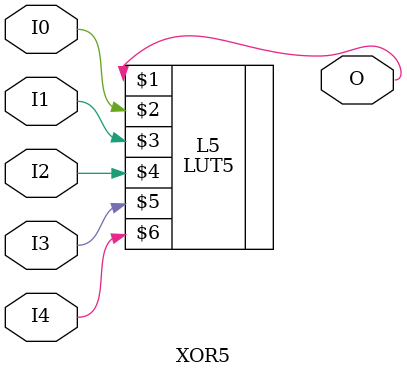
<source format=v>


`timescale  1 ps / 1 ps


module XOR5 (O, I0, I1, I2, I3, I4);

    output O;

    input  I0, I1, I2, I3, I4;

    LUT5 #(.INIT(32'h96696996)) L5 (O, I0, I1, I2, I3, I4);

endmodule

</source>
